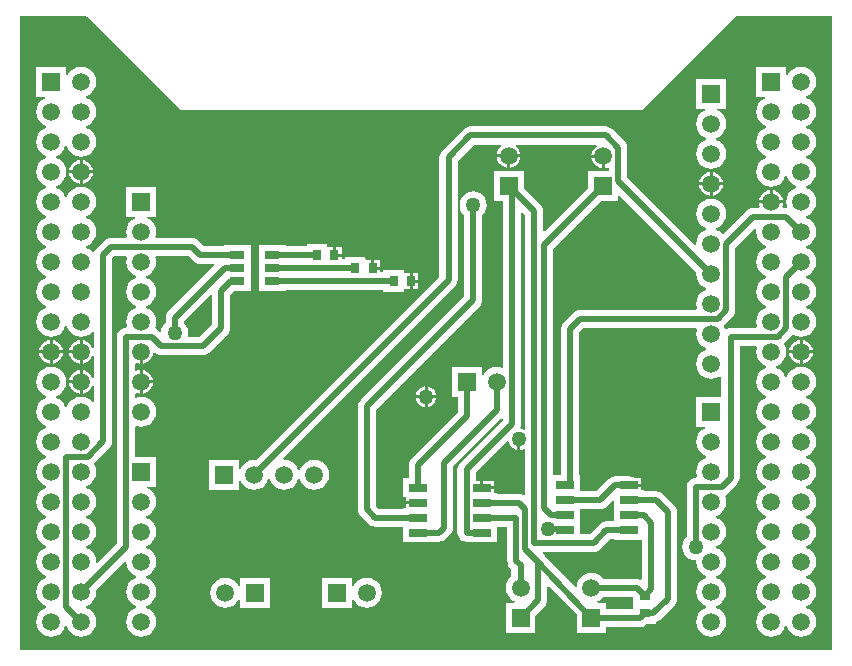
<source format=gtl>
G04*
G04 #@! TF.GenerationSoftware,Altium Limited,Altium Designer,18.1.6 (161)*
G04*
G04 Layer_Physical_Order=1*
G04 Layer_Color=255*
%FSLAX25Y25*%
%MOIN*%
G70*
G01*
G75*
%ADD14R,0.06004X0.02559*%
%ADD15R,0.03543X0.02756*%
%ADD16R,0.05118X0.02756*%
%ADD17R,0.02756X0.03543*%
%ADD26C,0.02000*%
%ADD27R,0.05906X0.05906*%
%ADD28C,0.05906*%
%ADD29R,0.05906X0.05906*%
%ADD30C,0.05000*%
G36*
X273042Y2549D02*
X2549D01*
Y213986D01*
X24535D01*
X52332Y186190D01*
X55284Y183237D01*
X55284Y183237D01*
X55284Y183237D01*
X55664Y182983D01*
X56111Y182685D01*
X56111Y182685D01*
X56111Y182684D01*
X56541Y182599D01*
X57086Y182490D01*
X57087Y182490D01*
X57087Y182490D01*
X208661D01*
X209637Y182684D01*
X210464Y183237D01*
X218338Y191111D01*
X241213Y213986D01*
X273042D01*
Y2549D01*
D02*
G37*
%LPC*%
G36*
X262795Y196964D02*
X261502Y196794D01*
X260297Y196295D01*
X259263Y195501D01*
X258469Y194466D01*
X258248Y193933D01*
X257748Y194032D01*
Y196921D01*
X247843D01*
Y187016D01*
X250732D01*
X250831Y186516D01*
X250297Y186295D01*
X249263Y185501D01*
X248469Y184466D01*
X247970Y183262D01*
X247800Y181969D01*
X247970Y180676D01*
X248469Y179471D01*
X249263Y178436D01*
X250297Y177642D01*
X251271Y177239D01*
Y176698D01*
X250297Y176295D01*
X249263Y175501D01*
X248469Y174466D01*
X247970Y173261D01*
X247800Y171969D01*
X247970Y170676D01*
X248469Y169471D01*
X249263Y168436D01*
X250297Y167642D01*
X251271Y167239D01*
Y166698D01*
X250297Y166295D01*
X249263Y165501D01*
X248469Y164466D01*
X247970Y163261D01*
X247800Y161969D01*
X247970Y160676D01*
X248469Y159471D01*
X249263Y158436D01*
X250297Y157642D01*
X251502Y157143D01*
X252795Y156973D01*
X254088Y157143D01*
X255293Y157642D01*
X256328Y158436D01*
X257121Y159471D01*
X257525Y160444D01*
X258066D01*
X258469Y159471D01*
X259263Y158436D01*
X260297Y157642D01*
X261271Y157239D01*
Y156698D01*
X260297Y156295D01*
X259263Y155501D01*
X258469Y154466D01*
X257970Y153261D01*
X257800Y151969D01*
X257970Y150676D01*
X258075Y150422D01*
X257961Y150273D01*
X257698Y150026D01*
X256719D01*
X256441Y150442D01*
X256646Y150937D01*
X256716Y151469D01*
X252795D01*
Y151969D01*
D01*
Y151469D01*
X248874D01*
X248944Y150937D01*
X249149Y150442D01*
X248871Y150026D01*
X246900D01*
X246117Y149923D01*
X245387Y149620D01*
X244760Y149140D01*
X244760Y149140D01*
X236933Y141313D01*
X236435Y141346D01*
X236328Y141485D01*
X235293Y142279D01*
X234320Y142682D01*
Y143223D01*
X235293Y143626D01*
X236328Y144420D01*
X237121Y145455D01*
X237620Y146660D01*
X237791Y147953D01*
X237620Y149246D01*
X237121Y150450D01*
X236328Y151485D01*
X235293Y152279D01*
X234088Y152778D01*
X232795Y152948D01*
X231502Y152778D01*
X230297Y152279D01*
X229263Y151485D01*
X228469Y150450D01*
X227970Y149246D01*
X227800Y147953D01*
X227970Y146660D01*
X228469Y145455D01*
X229263Y144420D01*
X230297Y143626D01*
X231271Y143223D01*
Y142682D01*
X230297Y142279D01*
X229263Y141485D01*
X228469Y140450D01*
X227970Y139245D01*
X227800Y137953D01*
X227808Y137889D01*
X227360Y137667D01*
X204926Y160101D01*
Y170000D01*
X204926Y170000D01*
X204823Y170783D01*
X204521Y171513D01*
X204040Y172140D01*
X204040Y172140D01*
X199940Y176240D01*
X199313Y176720D01*
X198583Y177023D01*
X197800Y177126D01*
X152500D01*
X152500Y177126D01*
X151717Y177023D01*
X150987Y176720D01*
X150360Y176240D01*
X143160Y169040D01*
X142680Y168413D01*
X142377Y167683D01*
X142274Y166900D01*
Y127026D01*
X81184Y65936D01*
X80551Y66019D01*
X79258Y65849D01*
X78053Y65350D01*
X77019Y64556D01*
X76225Y63521D01*
X76004Y62988D01*
X75504Y63087D01*
Y65976D01*
X65598D01*
Y56071D01*
X75504D01*
Y58960D01*
X76004Y59060D01*
X76225Y58526D01*
X77019Y57491D01*
X78053Y56697D01*
X79258Y56198D01*
X80551Y56028D01*
X81844Y56198D01*
X83049Y56697D01*
X84083Y57491D01*
X84877Y58526D01*
X85281Y59499D01*
X85822D01*
X86225Y58526D01*
X87019Y57491D01*
X88054Y56697D01*
X89258Y56198D01*
X90551Y56028D01*
X91844Y56198D01*
X93049Y56697D01*
X94083Y57491D01*
X94877Y58526D01*
X95281Y59499D01*
X95822D01*
X96225Y58526D01*
X97019Y57491D01*
X98053Y56697D01*
X99258Y56198D01*
X100551Y56028D01*
X101844Y56198D01*
X103049Y56697D01*
X104084Y57491D01*
X104877Y58526D01*
X105377Y59731D01*
X105547Y61024D01*
X105377Y62317D01*
X104877Y63521D01*
X104084Y64556D01*
X103049Y65350D01*
X101844Y65849D01*
X100551Y66019D01*
X99258Y65849D01*
X98053Y65350D01*
X97019Y64556D01*
X96225Y63521D01*
X95822Y62548D01*
X95281D01*
X94877Y63521D01*
X94083Y64556D01*
X93049Y65350D01*
X91844Y65849D01*
X90551Y66019D01*
X90487Y66011D01*
X90266Y66459D01*
X147440Y123633D01*
X147921Y124259D01*
X148223Y124989D01*
X148326Y125772D01*
Y165647D01*
X153753Y171074D01*
X162929D01*
X163099Y170574D01*
X162535Y170142D01*
X161902Y169316D01*
X161503Y168355D01*
X161433Y167823D01*
X165354D01*
X169275D01*
X169205Y168355D01*
X168807Y169316D01*
X168174Y170142D01*
X167610Y170574D01*
X167780Y171074D01*
X194527D01*
X194697Y170574D01*
X194031Y170063D01*
X193398Y169238D01*
X192999Y168276D01*
X192929Y167744D01*
X196850D01*
Y167244D01*
X197350D01*
Y163323D01*
X197882Y163393D01*
X198374Y163597D01*
X198874Y163263D01*
Y162197D01*
X191898D01*
Y156571D01*
X177388Y142061D01*
X176926Y142252D01*
Y148777D01*
X176823Y149560D01*
X176521Y150290D01*
X176040Y150917D01*
X170307Y156649D01*
Y162276D01*
X160402D01*
Y152370D01*
X163374D01*
Y96969D01*
X162958Y96691D01*
X162710Y96794D01*
X161417Y96964D01*
X160124Y96794D01*
X158920Y96295D01*
X157885Y95501D01*
X157091Y94466D01*
X156870Y93933D01*
X156370Y94032D01*
Y96921D01*
X146465D01*
Y87016D01*
X148391D01*
Y81804D01*
X132853Y66266D01*
X132372Y65639D01*
X132069Y64909D01*
X131966Y64126D01*
Y59992D01*
X129990D01*
Y53433D01*
X130990D01*
Y52213D01*
X134992D01*
Y51213D01*
X130990D01*
Y49992D01*
X129990D01*
Y49738D01*
X122120D01*
X121136Y50722D01*
Y82557D01*
X155683Y117104D01*
X156164Y117730D01*
X156466Y118460D01*
X156569Y119243D01*
X156569Y119243D01*
Y147550D01*
X156753Y147691D01*
X157474Y148631D01*
X157928Y149725D01*
X158082Y150900D01*
X157928Y152075D01*
X157474Y153169D01*
X156753Y154109D01*
X155813Y154831D01*
X154718Y155284D01*
X153543Y155439D01*
X152369Y155284D01*
X151274Y154831D01*
X150334Y154109D01*
X149613Y153169D01*
X149159Y152075D01*
X149004Y150900D01*
X149159Y149725D01*
X149613Y148631D01*
X150334Y147691D01*
X150517Y147550D01*
Y120497D01*
X115971Y85950D01*
X115490Y85323D01*
X115187Y84593D01*
X115084Y83810D01*
Y49469D01*
X115187Y48686D01*
X115490Y47956D01*
X115971Y47329D01*
X118727Y44573D01*
X119353Y44092D01*
X120083Y43790D01*
X120866Y43687D01*
X129990D01*
Y38433D01*
X139994D01*
Y38687D01*
X142106D01*
X142889Y38790D01*
X143619Y39092D01*
X144246Y39573D01*
X145840Y41168D01*
X146321Y41794D01*
X146624Y42524D01*
X146727Y43307D01*
Y63707D01*
X162864Y79845D01*
X163318Y79665D01*
X163360Y79239D01*
X149160Y65040D01*
X148679Y64413D01*
X148377Y63683D01*
X148274Y62900D01*
Y41713D01*
X148377Y40929D01*
X148679Y40200D01*
X149160Y39573D01*
X149787Y39092D01*
X150517Y38790D01*
X151300Y38687D01*
X151345D01*
Y38433D01*
X161349D01*
Y43687D01*
X164874D01*
Y32221D01*
X164977Y31437D01*
X165279Y30708D01*
X165760Y30081D01*
X166265Y29576D01*
Y27240D01*
X165759Y26851D01*
X164965Y25817D01*
X164466Y24612D01*
X164296Y23319D01*
X164466Y22026D01*
X164965Y20821D01*
X165759Y19787D01*
X166794Y18993D01*
X167327Y18772D01*
X167228Y18272D01*
X164339D01*
Y8366D01*
X174244D01*
Y13993D01*
X177336Y17085D01*
X177817Y17712D01*
X178120Y18441D01*
X178223Y19225D01*
X178223Y19225D01*
Y23742D01*
X178687Y23927D01*
X187961Y14145D01*
Y8366D01*
X197866D01*
Y10293D01*
X209185D01*
X209607Y10349D01*
X209968Y10396D01*
X209968Y10396D01*
X209968Y10396D01*
X210299Y10533D01*
X210698Y10699D01*
X210698Y10699D01*
X210698Y10699D01*
X210929Y10876D01*
X211325Y11179D01*
X211531Y11386D01*
X214402D01*
Y11856D01*
X215096Y12143D01*
X215722Y12624D01*
X220644Y17545D01*
X221125Y18172D01*
X221427Y18902D01*
X221530Y19685D01*
X221530Y19685D01*
Y48563D01*
X221427Y49346D01*
X221125Y50076D01*
X220644Y50703D01*
X216706Y54640D01*
X216080Y55121D01*
X215350Y55423D01*
X214567Y55526D01*
X210561D01*
Y55780D01*
X209561D01*
Y57000D01*
X205559D01*
Y58000D01*
X209561D01*
Y59780D01*
X207516D01*
X207072Y60121D01*
X206342Y60423D01*
X205559Y60526D01*
X200800D01*
X200800Y60526D01*
X200017Y60423D01*
X199287Y60121D01*
X198660Y59640D01*
X194547Y55526D01*
X189207D01*
Y60780D01*
X188926D01*
Y108446D01*
X190453Y109974D01*
X227822D01*
X228099Y109558D01*
X227970Y109246D01*
X227800Y107953D01*
X227970Y106660D01*
X228469Y105455D01*
X229263Y104420D01*
X230297Y103626D01*
X231271Y103223D01*
Y102682D01*
X230297Y102279D01*
X229263Y101485D01*
X228469Y100450D01*
X227970Y99246D01*
X227800Y97953D01*
X227970Y96660D01*
X228469Y95455D01*
X229263Y94420D01*
X230297Y93626D01*
X231502Y93127D01*
X232795Y92957D01*
X234088Y93127D01*
X235293Y93626D01*
X235826Y94035D01*
X236274Y93814D01*
Y86921D01*
X227842D01*
Y77016D01*
X230732D01*
X230831Y76516D01*
X230297Y76295D01*
X229263Y75501D01*
X228469Y74466D01*
X227970Y73261D01*
X227800Y71969D01*
X227970Y70676D01*
X228469Y69471D01*
X229263Y68436D01*
X230297Y67642D01*
X231271Y67239D01*
Y66698D01*
X230297Y66295D01*
X229263Y65501D01*
X228469Y64466D01*
X227970Y63261D01*
X227800Y61969D01*
X227970Y60676D01*
X228071Y60432D01*
X228071Y60431D01*
X227703Y60013D01*
X227017Y59923D01*
X226287Y59620D01*
X225660Y59140D01*
X225180Y58513D01*
X224877Y57783D01*
X224774Y57000D01*
Y40350D01*
X224591Y40209D01*
X223869Y39269D01*
X223416Y38175D01*
X223261Y37000D01*
X223416Y35825D01*
X223869Y34731D01*
X224591Y33791D01*
X225531Y33069D01*
X226625Y32616D01*
X227800Y32461D01*
X227857Y32404D01*
X227800Y31969D01*
X227970Y30676D01*
X228469Y29471D01*
X229263Y28436D01*
X230297Y27642D01*
X231271Y27239D01*
Y26698D01*
X230297Y26295D01*
X229263Y25501D01*
X228469Y24466D01*
X227970Y23261D01*
X227800Y21969D01*
X227970Y20676D01*
X228469Y19471D01*
X229263Y18436D01*
X230297Y17642D01*
X231271Y17239D01*
Y16698D01*
X230297Y16295D01*
X229263Y15501D01*
X228469Y14466D01*
X227970Y13262D01*
X227800Y11969D01*
X227970Y10676D01*
X228469Y9471D01*
X229263Y8436D01*
X230297Y7642D01*
X231502Y7143D01*
X232795Y6973D01*
X234088Y7143D01*
X235293Y7642D01*
X236328Y8436D01*
X237121Y9471D01*
X237620Y10676D01*
X237791Y11969D01*
X237620Y13262D01*
X237121Y14466D01*
X236328Y15501D01*
X235293Y16295D01*
X234320Y16698D01*
Y17239D01*
X235293Y17642D01*
X236328Y18436D01*
X237121Y19471D01*
X237620Y20676D01*
X237791Y21969D01*
X237620Y23261D01*
X237121Y24466D01*
X236328Y25501D01*
X235293Y26295D01*
X234320Y26698D01*
Y27239D01*
X235293Y27642D01*
X236328Y28436D01*
X237121Y29471D01*
X237620Y30676D01*
X237791Y31969D01*
X237620Y33261D01*
X237121Y34466D01*
X236328Y35501D01*
X235293Y36295D01*
X234320Y36698D01*
Y37239D01*
X235293Y37642D01*
X236328Y38436D01*
X237121Y39471D01*
X237620Y40676D01*
X237791Y41969D01*
X237620Y43262D01*
X237121Y44466D01*
X236328Y45501D01*
X235293Y46295D01*
X234320Y46698D01*
Y47239D01*
X235293Y47642D01*
X236328Y48436D01*
X237121Y49471D01*
X237620Y50676D01*
X237791Y51969D01*
X237620Y53262D01*
X237369Y53867D01*
X237715Y54339D01*
X237813Y54379D01*
X238440Y54860D01*
X241440Y57860D01*
X241920Y58487D01*
X242223Y59217D01*
X242326Y60000D01*
Y103974D01*
X247815D01*
X248093Y103558D01*
X247970Y103261D01*
X247800Y101969D01*
X247970Y100676D01*
X248469Y99471D01*
X249263Y98436D01*
X250297Y97642D01*
X251271Y97239D01*
Y96698D01*
X250297Y96295D01*
X249263Y95501D01*
X248469Y94466D01*
X247970Y93261D01*
X247800Y91969D01*
X247970Y90676D01*
X248469Y89471D01*
X249263Y88436D01*
X250297Y87642D01*
X251271Y87239D01*
Y86698D01*
X250297Y86295D01*
X249263Y85501D01*
X248469Y84466D01*
X247970Y83262D01*
X247800Y81969D01*
X247970Y80676D01*
X248469Y79471D01*
X249263Y78436D01*
X250297Y77642D01*
X251271Y77239D01*
Y76698D01*
X250297Y76295D01*
X249263Y75501D01*
X248469Y74466D01*
X247970Y73261D01*
X247800Y71969D01*
X247970Y70676D01*
X248469Y69471D01*
X249263Y68436D01*
X250297Y67642D01*
X251271Y67239D01*
Y66698D01*
X250297Y66295D01*
X249263Y65501D01*
X248469Y64466D01*
X247970Y63261D01*
X247800Y61969D01*
X247970Y60676D01*
X248469Y59471D01*
X249263Y58436D01*
X250297Y57642D01*
X251271Y57239D01*
Y56698D01*
X250297Y56295D01*
X249263Y55501D01*
X248469Y54466D01*
X247970Y53262D01*
X247800Y51969D01*
X247970Y50676D01*
X248469Y49471D01*
X249263Y48436D01*
X250297Y47642D01*
X251271Y47239D01*
Y46698D01*
X250297Y46295D01*
X249263Y45501D01*
X248469Y44466D01*
X247970Y43262D01*
X247800Y41969D01*
X247970Y40676D01*
X248469Y39471D01*
X249263Y38436D01*
X250297Y37642D01*
X251271Y37239D01*
Y36698D01*
X250297Y36295D01*
X249263Y35501D01*
X248469Y34466D01*
X247970Y33261D01*
X247800Y31969D01*
X247970Y30676D01*
X248469Y29471D01*
X249263Y28436D01*
X250297Y27642D01*
X251271Y27239D01*
Y26698D01*
X250297Y26295D01*
X249263Y25501D01*
X248469Y24466D01*
X247970Y23261D01*
X247800Y21969D01*
X247970Y20676D01*
X248469Y19471D01*
X249263Y18436D01*
X250297Y17642D01*
X251271Y17239D01*
Y16698D01*
X250297Y16295D01*
X249263Y15501D01*
X248469Y14466D01*
X247970Y13262D01*
X247800Y11969D01*
X247970Y10676D01*
X248469Y9471D01*
X249263Y8436D01*
X250297Y7642D01*
X251502Y7143D01*
X252795Y6973D01*
X254088Y7143D01*
X255293Y7642D01*
X256328Y8436D01*
X257121Y9471D01*
X257525Y10444D01*
X258066D01*
X258469Y9471D01*
X259263Y8436D01*
X260297Y7642D01*
X261502Y7143D01*
X262795Y6973D01*
X264088Y7143D01*
X265293Y7642D01*
X266328Y8436D01*
X267121Y9471D01*
X267620Y10676D01*
X267791Y11969D01*
X267620Y13262D01*
X267121Y14466D01*
X266328Y15501D01*
X265293Y16295D01*
X264320Y16698D01*
Y17239D01*
X265293Y17642D01*
X266328Y18436D01*
X267121Y19471D01*
X267620Y20676D01*
X267791Y21969D01*
X267620Y23261D01*
X267121Y24466D01*
X266328Y25501D01*
X265293Y26295D01*
X264320Y26698D01*
Y27239D01*
X265293Y27642D01*
X266328Y28436D01*
X267121Y29471D01*
X267620Y30676D01*
X267791Y31969D01*
X267620Y33261D01*
X267121Y34466D01*
X266328Y35501D01*
X265293Y36295D01*
X264320Y36698D01*
Y37239D01*
X265293Y37642D01*
X266328Y38436D01*
X267121Y39471D01*
X267620Y40676D01*
X267791Y41969D01*
X267620Y43262D01*
X267121Y44466D01*
X266328Y45501D01*
X265293Y46295D01*
X264320Y46698D01*
Y47239D01*
X265293Y47642D01*
X266328Y48436D01*
X267121Y49471D01*
X267620Y50676D01*
X267791Y51969D01*
X267620Y53262D01*
X267121Y54466D01*
X266328Y55501D01*
X265293Y56295D01*
X264320Y56698D01*
Y57239D01*
X265293Y57642D01*
X266328Y58436D01*
X267121Y59471D01*
X267620Y60676D01*
X267791Y61969D01*
X267620Y63261D01*
X267121Y64466D01*
X266328Y65501D01*
X265293Y66295D01*
X264320Y66698D01*
Y67239D01*
X265293Y67642D01*
X266328Y68436D01*
X267121Y69471D01*
X267620Y70676D01*
X267791Y71969D01*
X267620Y73261D01*
X267121Y74466D01*
X266328Y75501D01*
X265293Y76295D01*
X264320Y76698D01*
Y77239D01*
X265293Y77642D01*
X266328Y78436D01*
X267121Y79471D01*
X267620Y80676D01*
X267791Y81969D01*
X267620Y83262D01*
X267121Y84466D01*
X266328Y85501D01*
X265293Y86295D01*
X264320Y86698D01*
Y87239D01*
X265293Y87642D01*
X266328Y88436D01*
X267121Y89471D01*
X267620Y90676D01*
X267791Y91969D01*
X267620Y93261D01*
X267121Y94466D01*
X266328Y95501D01*
X265293Y96295D01*
X264088Y96794D01*
X262795Y96964D01*
X261502Y96794D01*
X260297Y96295D01*
X259263Y95501D01*
X258469Y94466D01*
X258066Y93493D01*
X257525D01*
X257121Y94466D01*
X256328Y95501D01*
X255293Y96295D01*
X254320Y96698D01*
Y97239D01*
X255293Y97642D01*
X256328Y98436D01*
X257121Y99471D01*
X257621Y100676D01*
X257791Y101969D01*
X257621Y103261D01*
X257121Y104466D01*
X256938Y104706D01*
X257140Y104860D01*
X259940Y107660D01*
X260064Y107822D01*
X260297Y107642D01*
X261502Y107143D01*
X262795Y106973D01*
X264088Y107143D01*
X265293Y107642D01*
X266328Y108436D01*
X267121Y109471D01*
X267620Y110676D01*
X267791Y111969D01*
X267620Y113261D01*
X267121Y114466D01*
X266328Y115501D01*
X265293Y116295D01*
X264320Y116698D01*
Y117239D01*
X265293Y117642D01*
X266328Y118436D01*
X267121Y119471D01*
X267620Y120676D01*
X267791Y121969D01*
X267620Y123261D01*
X267121Y124466D01*
X266328Y125501D01*
X265293Y126295D01*
X264320Y126698D01*
Y127239D01*
X265293Y127642D01*
X266328Y128436D01*
X267121Y129471D01*
X267620Y130676D01*
X267791Y131969D01*
X267620Y133262D01*
X267121Y134466D01*
X266328Y135501D01*
X265293Y136295D01*
X264320Y136698D01*
Y137239D01*
X265293Y137642D01*
X266328Y138436D01*
X267121Y139471D01*
X267620Y140676D01*
X267791Y141969D01*
X267620Y143262D01*
X267121Y144466D01*
X266328Y145501D01*
X265293Y146295D01*
X264320Y146698D01*
Y147239D01*
X265293Y147642D01*
X266328Y148436D01*
X267121Y149471D01*
X267620Y150676D01*
X267791Y151969D01*
X267620Y153261D01*
X267121Y154466D01*
X266328Y155501D01*
X265293Y156295D01*
X264320Y156698D01*
Y157239D01*
X265293Y157642D01*
X266328Y158436D01*
X267121Y159471D01*
X267620Y160676D01*
X267791Y161969D01*
X267620Y163261D01*
X267121Y164466D01*
X266328Y165501D01*
X265293Y166295D01*
X264320Y166698D01*
Y167239D01*
X265293Y167642D01*
X266328Y168436D01*
X267121Y169471D01*
X267620Y170676D01*
X267791Y171969D01*
X267620Y173261D01*
X267121Y174466D01*
X266328Y175501D01*
X265293Y176295D01*
X264320Y176698D01*
Y177239D01*
X265293Y177642D01*
X266328Y178436D01*
X267121Y179471D01*
X267620Y180676D01*
X267791Y181969D01*
X267620Y183262D01*
X267121Y184466D01*
X266328Y185501D01*
X265293Y186295D01*
X264320Y186698D01*
Y187239D01*
X265293Y187642D01*
X266328Y188436D01*
X267121Y189471D01*
X267620Y190676D01*
X267791Y191969D01*
X267620Y193262D01*
X267121Y194466D01*
X266328Y195501D01*
X265293Y196295D01*
X264088Y196794D01*
X262795Y196964D01*
D02*
G37*
G36*
X22795D02*
X21502Y196794D01*
X20298Y196295D01*
X19263Y195501D01*
X18469Y194466D01*
X18248Y193933D01*
X17748Y194032D01*
Y196921D01*
X7842D01*
Y187016D01*
X10732D01*
X10831Y186516D01*
X10298Y186295D01*
X9263Y185501D01*
X8469Y184466D01*
X7970Y183262D01*
X7800Y181969D01*
X7970Y180676D01*
X8469Y179471D01*
X9263Y178436D01*
X10298Y177642D01*
X11271Y177239D01*
Y176698D01*
X10298Y176295D01*
X9263Y175501D01*
X8469Y174466D01*
X7970Y173261D01*
X7800Y171969D01*
X7970Y170676D01*
X8469Y169471D01*
X9263Y168436D01*
X10298Y167642D01*
X11271Y167239D01*
Y166698D01*
X10298Y166295D01*
X9263Y165501D01*
X8469Y164466D01*
X7970Y163261D01*
X7800Y161969D01*
X7970Y160676D01*
X8469Y159471D01*
X9263Y158436D01*
X10298Y157642D01*
X11271Y157239D01*
Y156698D01*
X10298Y156295D01*
X9263Y155501D01*
X8469Y154466D01*
X7970Y153261D01*
X7800Y151969D01*
X7970Y150676D01*
X8469Y149471D01*
X9263Y148436D01*
X10298Y147642D01*
X11271Y147239D01*
Y146698D01*
X10298Y146295D01*
X9263Y145501D01*
X8469Y144466D01*
X7970Y143262D01*
X7800Y141969D01*
X7970Y140676D01*
X8469Y139471D01*
X9263Y138436D01*
X10298Y137642D01*
X11271Y137239D01*
Y136698D01*
X10298Y136295D01*
X9263Y135501D01*
X8469Y134466D01*
X7970Y133262D01*
X7800Y131969D01*
X7970Y130676D01*
X8469Y129471D01*
X9263Y128436D01*
X10298Y127642D01*
X11271Y127239D01*
Y126698D01*
X10298Y126295D01*
X9263Y125501D01*
X8469Y124466D01*
X7970Y123261D01*
X7800Y121969D01*
X7970Y120676D01*
X8469Y119471D01*
X9263Y118436D01*
X10298Y117642D01*
X11271Y117239D01*
Y116698D01*
X10298Y116295D01*
X9263Y115501D01*
X8469Y114466D01*
X7970Y113261D01*
X7800Y111969D01*
X7970Y110676D01*
X8469Y109471D01*
X9263Y108436D01*
X10298Y107642D01*
X11502Y107143D01*
X12795Y106973D01*
X14088Y107143D01*
X15293Y107642D01*
X16328Y108436D01*
X17121Y109471D01*
X17525Y110444D01*
X18066D01*
X18469Y109471D01*
X19263Y108436D01*
X20298Y107642D01*
X21502Y107143D01*
X22795Y106973D01*
X24088Y107143D01*
X25293Y107642D01*
X26327Y108436D01*
X26674Y108888D01*
X27174Y108718D01*
Y102821D01*
X26674Y102789D01*
X26646Y103000D01*
X26248Y103962D01*
X25614Y104788D01*
X24789Y105421D01*
X23827Y105820D01*
X23295Y105890D01*
Y101969D01*
Y98048D01*
X23827Y98118D01*
X24789Y98516D01*
X25614Y99150D01*
X26248Y99975D01*
X26646Y100937D01*
X26674Y101149D01*
X27174Y101116D01*
Y92821D01*
X26674Y92789D01*
X26646Y93001D01*
X26248Y93962D01*
X25614Y94788D01*
X24789Y95421D01*
X23827Y95820D01*
X23295Y95890D01*
Y91969D01*
Y88048D01*
X23827Y88118D01*
X24789Y88516D01*
X25614Y89149D01*
X26248Y89975D01*
X26646Y90937D01*
X26674Y91149D01*
X27174Y91116D01*
Y85219D01*
X26674Y85049D01*
X26327Y85501D01*
X25293Y86295D01*
X24088Y86794D01*
X22795Y86964D01*
X21502Y86794D01*
X20298Y86295D01*
X19263Y85501D01*
X18469Y84466D01*
X18066Y83493D01*
X17525D01*
X17121Y84466D01*
X16328Y85501D01*
X15293Y86295D01*
X14320Y86698D01*
Y87239D01*
X15293Y87642D01*
X16328Y88436D01*
X17121Y89471D01*
X17620Y90676D01*
X17791Y91969D01*
X17620Y93261D01*
X17121Y94466D01*
X16328Y95501D01*
X15293Y96295D01*
X14088Y96794D01*
X12795Y96964D01*
X11502Y96794D01*
X10298Y96295D01*
X9263Y95501D01*
X8469Y94466D01*
X7970Y93261D01*
X7800Y91969D01*
X7970Y90676D01*
X8469Y89471D01*
X9263Y88436D01*
X10298Y87642D01*
X11271Y87239D01*
Y86698D01*
X10298Y86295D01*
X9263Y85501D01*
X8469Y84466D01*
X7970Y83262D01*
X7800Y81969D01*
X7970Y80676D01*
X8469Y79471D01*
X9263Y78436D01*
X10298Y77642D01*
X11271Y77239D01*
Y76698D01*
X10298Y76295D01*
X9263Y75501D01*
X8469Y74466D01*
X7970Y73261D01*
X7800Y71969D01*
X7970Y70676D01*
X8469Y69471D01*
X9263Y68436D01*
X10298Y67642D01*
X11271Y67239D01*
Y66698D01*
X10298Y66295D01*
X9263Y65501D01*
X8469Y64466D01*
X7970Y63261D01*
X7800Y61969D01*
X7970Y60676D01*
X8469Y59471D01*
X9263Y58436D01*
X10298Y57642D01*
X11271Y57239D01*
Y56698D01*
X10298Y56295D01*
X9263Y55501D01*
X8469Y54466D01*
X7970Y53262D01*
X7800Y51969D01*
X7970Y50676D01*
X8469Y49471D01*
X9263Y48436D01*
X10298Y47642D01*
X11271Y47239D01*
Y46698D01*
X10298Y46295D01*
X9263Y45501D01*
X8469Y44466D01*
X7970Y43262D01*
X7800Y41969D01*
X7970Y40676D01*
X8469Y39471D01*
X9263Y38436D01*
X10298Y37642D01*
X11271Y37239D01*
Y36698D01*
X10298Y36295D01*
X9263Y35501D01*
X8469Y34466D01*
X7970Y33261D01*
X7800Y31969D01*
X7970Y30676D01*
X8469Y29471D01*
X9263Y28436D01*
X10298Y27642D01*
X11271Y27239D01*
Y26698D01*
X10298Y26295D01*
X9263Y25501D01*
X8469Y24466D01*
X7970Y23261D01*
X7800Y21969D01*
X7970Y20676D01*
X8469Y19471D01*
X9263Y18436D01*
X10298Y17642D01*
X11271Y17239D01*
Y16698D01*
X10298Y16295D01*
X9263Y15501D01*
X8469Y14466D01*
X7970Y13262D01*
X7800Y11969D01*
X7970Y10676D01*
X8469Y9471D01*
X9263Y8436D01*
X10298Y7642D01*
X11502Y7143D01*
X12795Y6973D01*
X14088Y7143D01*
X15293Y7642D01*
X16328Y8436D01*
X17121Y9471D01*
X17525Y10444D01*
X18066D01*
X18469Y9471D01*
X19263Y8436D01*
X20298Y7642D01*
X21502Y7143D01*
X22795Y6973D01*
X24088Y7143D01*
X25293Y7642D01*
X26327Y8436D01*
X27121Y9471D01*
X27621Y10676D01*
X27791Y11969D01*
X27621Y13262D01*
X27121Y14466D01*
X26327Y15501D01*
X25293Y16295D01*
X24320Y16698D01*
Y17239D01*
X25293Y17642D01*
X26327Y18436D01*
X27121Y19471D01*
X27621Y20676D01*
X27791Y21969D01*
X27707Y22602D01*
X37360Y32254D01*
X37808Y32033D01*
X37800Y31969D01*
X37970Y30676D01*
X38469Y29471D01*
X39263Y28436D01*
X40297Y27642D01*
X41271Y27239D01*
Y26698D01*
X40297Y26295D01*
X39263Y25501D01*
X38469Y24466D01*
X37970Y23261D01*
X37800Y21969D01*
X37970Y20676D01*
X38469Y19471D01*
X39263Y18436D01*
X40297Y17642D01*
X41271Y17239D01*
Y16698D01*
X40297Y16295D01*
X39263Y15501D01*
X38469Y14466D01*
X37970Y13262D01*
X37800Y11969D01*
X37970Y10676D01*
X38469Y9471D01*
X39263Y8436D01*
X40297Y7642D01*
X41502Y7143D01*
X42795Y6973D01*
X44088Y7143D01*
X45293Y7642D01*
X46327Y8436D01*
X47121Y9471D01*
X47620Y10676D01*
X47791Y11969D01*
X47620Y13262D01*
X47121Y14466D01*
X46327Y15501D01*
X45293Y16295D01*
X44320Y16698D01*
Y17239D01*
X45293Y17642D01*
X46327Y18436D01*
X47121Y19471D01*
X47620Y20676D01*
X47791Y21969D01*
X47620Y23261D01*
X47121Y24466D01*
X46327Y25501D01*
X45293Y26295D01*
X44320Y26698D01*
Y27239D01*
X45293Y27642D01*
X46327Y28436D01*
X47121Y29471D01*
X47620Y30676D01*
X47791Y31969D01*
X47620Y33261D01*
X47121Y34466D01*
X46327Y35501D01*
X45293Y36295D01*
X44320Y36698D01*
Y37239D01*
X45293Y37642D01*
X46327Y38436D01*
X47121Y39471D01*
X47620Y40676D01*
X47791Y41969D01*
X47620Y43262D01*
X47121Y44466D01*
X46327Y45501D01*
X45293Y46295D01*
X44320Y46698D01*
Y47239D01*
X45293Y47642D01*
X46327Y48436D01*
X47121Y49471D01*
X47620Y50676D01*
X47791Y51969D01*
X47620Y53262D01*
X47121Y54466D01*
X46327Y55501D01*
X45293Y56295D01*
X44759Y56516D01*
X44859Y57016D01*
X47748D01*
Y66921D01*
X40826D01*
Y76973D01*
X41242Y77251D01*
X41502Y77143D01*
X42795Y76973D01*
X44088Y77143D01*
X45293Y77642D01*
X46327Y78436D01*
X47121Y79471D01*
X47620Y80676D01*
X47791Y81969D01*
X47620Y83262D01*
X47121Y84466D01*
X46327Y85501D01*
X45293Y86295D01*
X44088Y86794D01*
X42795Y86964D01*
X41502Y86794D01*
X41242Y86686D01*
X40826Y86964D01*
Y88056D01*
X41242Y88334D01*
X41763Y88118D01*
X42295Y88048D01*
Y91969D01*
Y95890D01*
X41763Y95820D01*
X41242Y95604D01*
X40826Y95881D01*
Y98056D01*
X41242Y98334D01*
X41763Y98118D01*
X42295Y98048D01*
Y101969D01*
X43295D01*
Y98048D01*
X43827Y98118D01*
X44789Y98516D01*
X45614Y99150D01*
X46248Y99975D01*
X46646Y100937D01*
X46736Y101616D01*
X47264Y101795D01*
X47405Y101653D01*
X48032Y101172D01*
X48762Y100870D01*
X49545Y100767D01*
X63429D01*
X64213Y100870D01*
X64942Y101172D01*
X65569Y101653D01*
X71658Y107742D01*
X71658Y107742D01*
X72139Y108369D01*
X72441Y109098D01*
X72544Y109881D01*
Y121065D01*
X73692Y122213D01*
X79461D01*
Y126543D01*
Y130874D01*
Y137630D01*
X70343D01*
Y137278D01*
X63753D01*
X61892Y139140D01*
X61265Y139620D01*
X60535Y139923D01*
X59752Y140026D01*
X47801D01*
X47523Y140442D01*
X47620Y140676D01*
X47791Y141969D01*
X47620Y143262D01*
X47121Y144466D01*
X46327Y145501D01*
X45293Y146295D01*
X44759Y146516D01*
X44859Y147016D01*
X47748D01*
Y156921D01*
X37843D01*
Y147016D01*
X40732D01*
X40831Y146516D01*
X40297Y146295D01*
X39263Y145501D01*
X38469Y144466D01*
X37970Y143262D01*
X37800Y141969D01*
X37970Y140676D01*
X38067Y140442D01*
X37789Y140026D01*
X32800D01*
X32800Y140026D01*
X32017Y139923D01*
X31287Y139620D01*
X30660Y139140D01*
X30660Y139140D01*
X28060Y136540D01*
X27580Y135913D01*
X27277Y135183D01*
X27266Y135099D01*
X26743Y134959D01*
X26327Y135501D01*
X25293Y136295D01*
X24320Y136698D01*
Y137239D01*
X25293Y137642D01*
X26327Y138436D01*
X27121Y139471D01*
X27621Y140676D01*
X27791Y141969D01*
X27621Y143262D01*
X27121Y144466D01*
X26327Y145501D01*
X25293Y146295D01*
X24320Y146698D01*
Y147239D01*
X25293Y147642D01*
X26327Y148436D01*
X27121Y149471D01*
X27621Y150676D01*
X27791Y151969D01*
X27621Y153261D01*
X27121Y154466D01*
X26327Y155501D01*
X25293Y156295D01*
X24088Y156794D01*
X22795Y156964D01*
X21502Y156794D01*
X20298Y156295D01*
X19263Y155501D01*
X18469Y154466D01*
X18066Y153493D01*
X17525D01*
X17121Y154466D01*
X16328Y155501D01*
X15293Y156295D01*
X14320Y156698D01*
Y157239D01*
X15293Y157642D01*
X16328Y158436D01*
X17121Y159471D01*
X17620Y160676D01*
X17791Y161969D01*
X17620Y163261D01*
X17121Y164466D01*
X16328Y165501D01*
X15293Y166295D01*
X14320Y166698D01*
Y167239D01*
X15293Y167642D01*
X16328Y168436D01*
X17121Y169471D01*
X17525Y170444D01*
X18066D01*
X18469Y169471D01*
X19263Y168436D01*
X20298Y167642D01*
X21502Y167143D01*
X22795Y166973D01*
X24088Y167143D01*
X25293Y167642D01*
X26327Y168436D01*
X27121Y169471D01*
X27621Y170676D01*
X27791Y171969D01*
X27621Y173261D01*
X27121Y174466D01*
X26327Y175501D01*
X25293Y176295D01*
X24320Y176698D01*
Y177239D01*
X25293Y177642D01*
X26327Y178436D01*
X27121Y179471D01*
X27621Y180676D01*
X27791Y181969D01*
X27621Y183262D01*
X27121Y184466D01*
X26327Y185501D01*
X25293Y186295D01*
X24320Y186698D01*
Y187239D01*
X25293Y187642D01*
X26327Y188436D01*
X27121Y189471D01*
X27621Y190676D01*
X27791Y191969D01*
X27621Y193262D01*
X27121Y194466D01*
X26327Y195501D01*
X25293Y196295D01*
X24088Y196794D01*
X22795Y196964D01*
D02*
G37*
G36*
X169275Y166823D02*
X165854D01*
Y163402D01*
X166386Y163472D01*
X167348Y163870D01*
X168174Y164504D01*
X168807Y165329D01*
X169205Y166291D01*
X169275Y166823D01*
D02*
G37*
G36*
X164854D02*
X161433D01*
X161503Y166291D01*
X161902Y165329D01*
X162535Y164504D01*
X163361Y163870D01*
X164322Y163472D01*
X164854Y163402D01*
Y166823D01*
D02*
G37*
G36*
X196350Y166744D02*
X192929D01*
X192999Y166212D01*
X193398Y165251D01*
X194031Y164425D01*
X194857Y163792D01*
X195818Y163393D01*
X196350Y163323D01*
Y166744D01*
D02*
G37*
G36*
X237748Y192905D02*
X227842D01*
Y183000D01*
X230732D01*
X230831Y182500D01*
X230297Y182279D01*
X229263Y181485D01*
X228469Y180450D01*
X227970Y179245D01*
X227800Y177953D01*
X227970Y176660D01*
X228469Y175455D01*
X229263Y174420D01*
X230297Y173626D01*
X231271Y173223D01*
Y172682D01*
X230297Y172279D01*
X229263Y171485D01*
X228469Y170450D01*
X227970Y169246D01*
X227800Y167953D01*
X227970Y166660D01*
X228469Y165455D01*
X229263Y164420D01*
X230297Y163626D01*
X231502Y163127D01*
X232795Y162957D01*
X234088Y163127D01*
X235293Y163626D01*
X236328Y164420D01*
X237121Y165455D01*
X237620Y166660D01*
X237791Y167953D01*
X237620Y169246D01*
X237121Y170450D01*
X236328Y171485D01*
X235293Y172279D01*
X234320Y172682D01*
Y173223D01*
X235293Y173626D01*
X236328Y174420D01*
X237121Y175455D01*
X237620Y176660D01*
X237791Y177953D01*
X237620Y179245D01*
X237121Y180450D01*
X236328Y181485D01*
X235293Y182279D01*
X234759Y182500D01*
X234859Y183000D01*
X237748D01*
Y192905D01*
D02*
G37*
G36*
X23295Y165890D02*
Y162469D01*
X26716D01*
X26646Y163001D01*
X26248Y163962D01*
X25614Y164788D01*
X24789Y165421D01*
X23827Y165820D01*
X23295Y165890D01*
D02*
G37*
G36*
X22295D02*
X21763Y165820D01*
X20802Y165421D01*
X19976Y164788D01*
X19342Y163962D01*
X18944Y163001D01*
X18874Y162469D01*
X22295D01*
Y165890D01*
D02*
G37*
G36*
X233295Y161874D02*
Y158453D01*
X236716D01*
X236646Y158984D01*
X236248Y159946D01*
X235614Y160772D01*
X234789Y161405D01*
X233827Y161804D01*
X233295Y161874D01*
D02*
G37*
G36*
X232295D02*
X231763Y161804D01*
X230802Y161405D01*
X229976Y160772D01*
X229343Y159946D01*
X228944Y158984D01*
X228874Y158453D01*
X232295D01*
Y161874D01*
D02*
G37*
G36*
X26716Y161469D02*
X23295D01*
Y158048D01*
X23827Y158118D01*
X24789Y158516D01*
X25614Y159150D01*
X26248Y159975D01*
X26646Y160937D01*
X26716Y161469D01*
D02*
G37*
G36*
X22295D02*
X18874D01*
X18944Y160937D01*
X19342Y159975D01*
X19976Y159150D01*
X20802Y158516D01*
X21763Y158118D01*
X22295Y158048D01*
Y161469D01*
D02*
G37*
G36*
X236716Y157453D02*
X233295D01*
Y154032D01*
X233827Y154102D01*
X234789Y154500D01*
X235614Y155133D01*
X236248Y155959D01*
X236646Y156921D01*
X236716Y157453D01*
D02*
G37*
G36*
X232295D02*
X228874D01*
X228944Y156921D01*
X229343Y155959D01*
X229976Y155133D01*
X230802Y154500D01*
X231763Y154102D01*
X232295Y154032D01*
Y157453D01*
D02*
G37*
G36*
X253295Y155890D02*
Y152469D01*
X256716D01*
X256646Y153000D01*
X256248Y153962D01*
X255614Y154788D01*
X254789Y155421D01*
X253827Y155820D01*
X253295Y155890D01*
D02*
G37*
G36*
X252295D02*
X251763Y155820D01*
X250802Y155421D01*
X249976Y154788D01*
X249342Y153962D01*
X248944Y153000D01*
X248874Y152469D01*
X252295D01*
Y155890D01*
D02*
G37*
G36*
X104756Y138024D02*
X98000D01*
Y137278D01*
X91075D01*
Y137630D01*
X81957D01*
Y130874D01*
Y126543D01*
Y122213D01*
X91075D01*
Y122565D01*
X123591D01*
Y121819D01*
X130347D01*
Y122381D01*
X130496Y122819D01*
X130847Y122819D01*
X132374D01*
Y125591D01*
Y128362D01*
X130496Y128362D01*
X130347Y128800D01*
Y129362D01*
X123591D01*
Y128616D01*
X122457D01*
Y129421D01*
X120079D01*
Y129921D01*
X119579D01*
Y132693D01*
X117701D01*
X117551Y133131D01*
Y133693D01*
X110795D01*
Y132947D01*
X109661D01*
Y133752D01*
X107283D01*
Y134252D01*
X106783D01*
Y137024D01*
X104905D01*
X104756Y137462D01*
Y138024D01*
D02*
G37*
G36*
X107783Y137024D02*
Y134752D01*
X109661D01*
Y137024D01*
X107783D01*
D02*
G37*
G36*
X120579Y132693D02*
Y130421D01*
X122457D01*
Y132693D01*
X120579D01*
D02*
G37*
G36*
X133374Y128362D02*
Y126091D01*
X135252D01*
Y128362D01*
X133374D01*
D02*
G37*
G36*
X135252Y125091D02*
X133374D01*
Y122819D01*
X135252D01*
Y125091D01*
D02*
G37*
G36*
X263295Y105890D02*
Y102469D01*
X266716D01*
X266646Y103000D01*
X266248Y103962D01*
X265614Y104788D01*
X264789Y105421D01*
X263827Y105820D01*
X263295Y105890D01*
D02*
G37*
G36*
X13295D02*
Y102469D01*
X16716D01*
X16646Y103000D01*
X16248Y103962D01*
X15614Y104788D01*
X14789Y105421D01*
X13827Y105820D01*
X13295Y105890D01*
D02*
G37*
G36*
X262295D02*
X261763Y105820D01*
X260802Y105421D01*
X259976Y104788D01*
X259343Y103962D01*
X258944Y103000D01*
X258874Y102469D01*
X262295D01*
Y105890D01*
D02*
G37*
G36*
X22295D02*
X21763Y105820D01*
X20802Y105421D01*
X19976Y104788D01*
X19342Y103962D01*
X18944Y103000D01*
X18874Y102469D01*
X22295D01*
Y105890D01*
D02*
G37*
G36*
X12295D02*
X11763Y105820D01*
X10802Y105421D01*
X9976Y104788D01*
X9342Y103962D01*
X8944Y103000D01*
X8874Y102469D01*
X12295D01*
Y105890D01*
D02*
G37*
G36*
X266716Y101469D02*
X263295D01*
Y98048D01*
X263827Y98118D01*
X264789Y98516D01*
X265614Y99150D01*
X266248Y99975D01*
X266646Y100937D01*
X266716Y101469D01*
D02*
G37*
G36*
X16716D02*
X13295D01*
Y98048D01*
X13827Y98118D01*
X14789Y98516D01*
X15614Y99150D01*
X16248Y99975D01*
X16646Y100937D01*
X16716Y101469D01*
D02*
G37*
G36*
X262295D02*
X258874D01*
X258944Y100937D01*
X259343Y99975D01*
X259976Y99150D01*
X260802Y98516D01*
X261763Y98118D01*
X262295Y98048D01*
Y101469D01*
D02*
G37*
G36*
X22295D02*
X18874D01*
X18944Y100937D01*
X19342Y99975D01*
X19976Y99150D01*
X20802Y98516D01*
X21763Y98118D01*
X22295Y98048D01*
Y101469D01*
D02*
G37*
G36*
X12295D02*
X8874D01*
X8944Y100937D01*
X9342Y99975D01*
X9976Y99150D01*
X10802Y98516D01*
X11763Y98118D01*
X12295Y98048D01*
Y101469D01*
D02*
G37*
G36*
X43295Y95890D02*
Y92469D01*
X46716D01*
X46646Y93001D01*
X46248Y93962D01*
X45614Y94788D01*
X44789Y95421D01*
X43827Y95820D01*
X43295Y95890D01*
D02*
G37*
G36*
X22295D02*
X21763Y95820D01*
X20802Y95421D01*
X19976Y94788D01*
X19342Y93962D01*
X18944Y93001D01*
X18874Y92469D01*
X22295D01*
Y95890D01*
D02*
G37*
G36*
X46716Y91469D02*
X43295D01*
Y88048D01*
X43827Y88118D01*
X44789Y88516D01*
X45614Y89149D01*
X46248Y89975D01*
X46646Y90937D01*
X46716Y91469D01*
D02*
G37*
G36*
X22295D02*
X18874D01*
X18944Y90937D01*
X19342Y89975D01*
X19976Y89149D01*
X20802Y88516D01*
X21763Y88118D01*
X22295Y88048D01*
Y91469D01*
D02*
G37*
G36*
X138295Y90480D02*
Y87516D01*
X141260D01*
X141205Y87929D01*
X140852Y88781D01*
X140292Y89512D01*
X139560Y90073D01*
X138709Y90426D01*
X138295Y90480D01*
D02*
G37*
G36*
X137295D02*
X136882Y90426D01*
X136030Y90073D01*
X135299Y89512D01*
X134738Y88781D01*
X134385Y87929D01*
X134331Y87516D01*
X137295D01*
Y90480D01*
D02*
G37*
G36*
X141260Y86516D02*
X138295D01*
Y83552D01*
X138709Y83606D01*
X139560Y83959D01*
X140292Y84520D01*
X140852Y85251D01*
X141205Y86102D01*
X141260Y86516D01*
D02*
G37*
G36*
X137295D02*
X134331D01*
X134385Y86102D01*
X134738Y85251D01*
X135299Y84520D01*
X136030Y83959D01*
X136882Y83606D01*
X137295Y83552D01*
Y86516D01*
D02*
G37*
G36*
X118110Y26649D02*
X116817Y26479D01*
X115612Y25980D01*
X114578Y25186D01*
X113784Y24151D01*
X113563Y23618D01*
X113063Y23717D01*
Y26606D01*
X103157D01*
Y16701D01*
X113063D01*
Y19590D01*
X113563Y19690D01*
X113784Y19156D01*
X114578Y18121D01*
X115612Y17327D01*
X116817Y16828D01*
X118110Y16658D01*
X119403Y16828D01*
X120608Y17327D01*
X121642Y18121D01*
X122436Y19156D01*
X122935Y20361D01*
X123106Y21654D01*
X122935Y22946D01*
X122436Y24151D01*
X121642Y25186D01*
X120608Y25980D01*
X119403Y26479D01*
X118110Y26649D01*
D02*
G37*
G36*
X70866D02*
X69573Y26479D01*
X68369Y25980D01*
X67334Y25186D01*
X66540Y24151D01*
X66041Y22946D01*
X65871Y21654D01*
X66041Y20361D01*
X66540Y19156D01*
X67334Y18121D01*
X68369Y17327D01*
X69573Y16828D01*
X70866Y16658D01*
X72159Y16828D01*
X73364Y17327D01*
X74398Y18121D01*
X75192Y19156D01*
X75414Y19690D01*
X75914Y19590D01*
Y16701D01*
X85819D01*
Y26606D01*
X75914D01*
Y23717D01*
X75414Y23618D01*
X75192Y24151D01*
X74398Y25186D01*
X73364Y25980D01*
X72159Y26479D01*
X70866Y26649D01*
D02*
G37*
%LPD*%
G36*
X247943Y143057D02*
X247800Y141969D01*
X247970Y140676D01*
X248469Y139471D01*
X249263Y138436D01*
X250297Y137642D01*
X251271Y137239D01*
Y136698D01*
X250297Y136295D01*
X249263Y135501D01*
X248469Y134466D01*
X247970Y133262D01*
X247800Y131969D01*
X247970Y130676D01*
X248469Y129471D01*
X249263Y128436D01*
X250297Y127642D01*
X251271Y127239D01*
Y126698D01*
X250297Y126295D01*
X249263Y125501D01*
X248469Y124466D01*
X247970Y123261D01*
X247800Y121969D01*
X247970Y120676D01*
X248469Y119471D01*
X249263Y118436D01*
X250297Y117642D01*
X251271Y117239D01*
Y116698D01*
X250297Y116295D01*
X249263Y115501D01*
X248469Y114466D01*
X247970Y113261D01*
X247800Y111969D01*
X247970Y110676D01*
X248067Y110442D01*
X247789Y110026D01*
X239600D01*
X238817Y109923D01*
X238087Y109620D01*
X238026Y109573D01*
X237439Y109684D01*
X237121Y110450D01*
X236930Y110699D01*
X237140Y110860D01*
X239940Y113660D01*
X240421Y114287D01*
X240723Y115017D01*
X240774Y115408D01*
X240826Y115800D01*
X240826Y115800D01*
Y136647D01*
X247469Y143290D01*
X247943Y143057D01*
D02*
G37*
G36*
X170874Y147524D02*
Y76196D01*
X170374Y75954D01*
X169674Y76245D01*
X169459Y76273D01*
X169149Y76783D01*
X169157Y76817D01*
X169323Y77217D01*
X169426Y78000D01*
Y148319D01*
X169888Y148510D01*
X170874Y147524D01*
D02*
G37*
G36*
X169260Y69370D02*
X169674Y69425D01*
X170374Y69715D01*
X170874Y69473D01*
Y54437D01*
X170426Y54216D01*
X170273Y54333D01*
X169543Y54635D01*
X168760Y54738D01*
X161349D01*
Y54992D01*
X160349D01*
Y56213D01*
X156347D01*
Y56713D01*
X155847D01*
Y58992D01*
X154326D01*
Y61647D01*
X164863Y72184D01*
X165337Y72023D01*
X165350Y71921D01*
X165703Y71070D01*
X166264Y70338D01*
X166995Y69777D01*
X167846Y69425D01*
X168260Y69370D01*
Y72835D01*
X169260D01*
Y69370D01*
D02*
G37*
G36*
X227883Y128586D02*
X227800Y127953D01*
X227970Y126660D01*
X228469Y125455D01*
X229263Y124420D01*
X230297Y123626D01*
X231271Y123223D01*
Y122682D01*
X230297Y122279D01*
X229263Y121485D01*
X228469Y120450D01*
X227970Y119246D01*
X227800Y117953D01*
X227970Y116660D01*
X228060Y116441D01*
X227783Y116026D01*
X189200D01*
X188417Y115923D01*
X187687Y115620D01*
X187060Y115139D01*
X187060Y115139D01*
X183760Y111839D01*
X183280Y111213D01*
X182977Y110483D01*
X182874Y109700D01*
Y60780D01*
X180191D01*
Y136306D01*
X196177Y152292D01*
X201803D01*
Y154012D01*
X202265Y154203D01*
X227883Y128586D01*
D02*
G37*
G36*
X200557Y52325D02*
Y49221D01*
Y45526D01*
X197900D01*
X197117Y45423D01*
X196387Y45121D01*
X195761Y44640D01*
X192447Y41326D01*
X189207D01*
Y44221D01*
Y49474D01*
X195800D01*
X196583Y49577D01*
X197313Y49880D01*
X197940Y50361D01*
X200095Y52516D01*
X200557Y52325D01*
D02*
G37*
G36*
Y39221D02*
X209769D01*
Y26317D01*
X209279Y26028D01*
X208763Y26242D01*
X207980Y26345D01*
X196834D01*
X196446Y26851D01*
X195411Y27645D01*
X194206Y28144D01*
X192913Y28315D01*
X191621Y28144D01*
X190416Y27645D01*
X189381Y26851D01*
X188587Y25817D01*
X188088Y24612D01*
X187963Y23665D01*
X187437Y23494D01*
X177393Y34088D01*
X177361Y34114D01*
X177336Y34146D01*
X176671Y34812D01*
X176862Y35274D01*
X193700D01*
X194483Y35377D01*
X195213Y35680D01*
X195840Y36160D01*
X199154Y39474D01*
X200557D01*
Y39221D01*
D02*
G37*
G36*
X206858Y20162D02*
Y16345D01*
X197866D01*
Y18272D01*
X194977D01*
X194878Y18772D01*
X195411Y18993D01*
X196446Y19787D01*
X196834Y20293D01*
X206727D01*
X206858Y20162D01*
D02*
G37*
%LPC*%
G36*
X160349Y58992D02*
X156847D01*
Y57213D01*
X160349D01*
Y58992D01*
D02*
G37*
%LPD*%
G36*
X60360Y132112D02*
X60987Y131632D01*
X61717Y131329D01*
X62500Y131226D01*
X66994D01*
X67185Y130764D01*
X51860Y115440D01*
X51380Y114813D01*
X51077Y114083D01*
X50974Y113300D01*
Y111650D01*
X50791Y111509D01*
X50069Y110569D01*
X49616Y109475D01*
X49527Y108797D01*
X48999Y108618D01*
X48477Y109140D01*
X47850Y109620D01*
X47743Y109665D01*
X47387Y110113D01*
X47620Y110676D01*
X47791Y111969D01*
X47620Y113261D01*
X47121Y114466D01*
X46327Y115501D01*
X45293Y116295D01*
X44320Y116698D01*
Y117239D01*
X45293Y117642D01*
X46327Y118436D01*
X47121Y119471D01*
X47620Y120676D01*
X47791Y121969D01*
X47620Y123261D01*
X47121Y124466D01*
X46327Y125501D01*
X45293Y126295D01*
X44320Y126698D01*
Y127239D01*
X45293Y127642D01*
X46327Y128436D01*
X47121Y129471D01*
X47620Y130676D01*
X47791Y131969D01*
X47620Y133262D01*
X47497Y133558D01*
X47775Y133974D01*
X58499D01*
X60360Y132112D01*
D02*
G37*
G36*
X66492Y120860D02*
Y111135D01*
X62176Y106818D01*
X58741D01*
X58410Y107318D01*
X58539Y108300D01*
X58384Y109475D01*
X57931Y110569D01*
X57209Y111509D01*
X57114Y111583D01*
X57091Y112111D01*
X66030Y121051D01*
X66492Y120860D01*
D02*
G37*
G36*
X38093Y133558D02*
X37970Y133262D01*
X37800Y131969D01*
X37970Y130676D01*
X38469Y129471D01*
X39263Y128436D01*
X40297Y127642D01*
X41271Y127239D01*
Y126698D01*
X40297Y126295D01*
X39263Y125501D01*
X38469Y124466D01*
X37970Y123261D01*
X37800Y121969D01*
X37970Y120676D01*
X38469Y119471D01*
X39263Y118436D01*
X40297Y117642D01*
X41271Y117239D01*
Y116698D01*
X40297Y116295D01*
X39263Y115501D01*
X38469Y114466D01*
X37970Y113261D01*
X37800Y111969D01*
X37970Y110676D01*
X38071Y110432D01*
X38071Y110431D01*
X37703Y110013D01*
X37017Y109923D01*
X36287Y109620D01*
X35660Y109140D01*
X35179Y108513D01*
X34877Y107783D01*
X34774Y107000D01*
Y38227D01*
X28231Y31683D01*
X27782Y31905D01*
X27791Y31969D01*
X27621Y33261D01*
X27121Y34466D01*
X26327Y35501D01*
X25293Y36295D01*
X24320Y36698D01*
Y37239D01*
X25293Y37642D01*
X26327Y38436D01*
X27121Y39471D01*
X27621Y40676D01*
X27791Y41969D01*
X27621Y43262D01*
X27121Y44466D01*
X26327Y45501D01*
X25293Y46295D01*
X24320Y46698D01*
Y47239D01*
X25293Y47642D01*
X26327Y48436D01*
X27121Y49471D01*
X27621Y50676D01*
X27791Y51969D01*
X27621Y53262D01*
X27121Y54466D01*
X26327Y55501D01*
X25293Y56295D01*
X24320Y56698D01*
Y57239D01*
X25293Y57642D01*
X26327Y58436D01*
X27121Y59471D01*
X27621Y60676D01*
X27791Y61969D01*
X27621Y63261D01*
X27121Y64466D01*
X26938Y64706D01*
X27140Y64860D01*
X32340Y70060D01*
X32820Y70687D01*
X33123Y71417D01*
X33226Y72200D01*
Y133147D01*
X34053Y133974D01*
X37815D01*
X38093Y133558D01*
D02*
G37*
D14*
X156347Y56713D02*
D03*
Y51713D02*
D03*
Y46713D02*
D03*
Y41713D02*
D03*
X134992D02*
D03*
Y46713D02*
D03*
Y51713D02*
D03*
Y56713D02*
D03*
X205559Y57500D02*
D03*
Y52500D02*
D03*
Y47500D02*
D03*
Y42500D02*
D03*
X184205D02*
D03*
Y47500D02*
D03*
Y52500D02*
D03*
Y57500D02*
D03*
D15*
X210630Y20669D02*
D03*
Y14764D02*
D03*
D16*
X74902Y125591D02*
D03*
Y129921D02*
D03*
Y134252D02*
D03*
X86516Y125591D02*
D03*
Y129921D02*
D03*
Y134252D02*
D03*
D17*
X101378D02*
D03*
X107283D02*
D03*
X114173Y129921D02*
D03*
X120079D02*
D03*
X126969Y125591D02*
D03*
X132874D02*
D03*
D26*
X118110Y83810D02*
X153543Y119243D01*
Y150900D01*
X177165Y49798D02*
Y137559D01*
Y49798D02*
X179463Y47500D01*
X184205D01*
X177165Y137559D02*
X196850Y157244D01*
X120866Y46713D02*
X134992D01*
X118110Y49469D02*
X120866Y46713D01*
X118110Y49469D02*
Y83810D01*
X134992Y41713D02*
X142106D01*
X143701Y43307D01*
Y64961D01*
X161417Y82677D01*
Y91969D01*
X151417Y80551D02*
Y91969D01*
X134992Y64126D02*
X151417Y80551D01*
X134992Y56713D02*
Y64126D01*
X178400Y42800D02*
X184205D01*
X185900Y57500D02*
Y109700D01*
X166400Y156277D02*
X173900Y148777D01*
X165354Y157323D02*
X166400Y156277D01*
Y157323D01*
Y78000D02*
Y156277D01*
X168760Y51713D02*
X170900Y49572D01*
Y36303D02*
X175197Y32007D01*
X192913Y13319D01*
X205559Y52500D02*
X214567D01*
X218504Y48563D01*
Y19685D02*
Y48563D01*
X213583Y14764D02*
X218504Y19685D01*
X210630Y14764D02*
X213583D01*
X192913Y23319D02*
X207980D01*
X210630Y20669D01*
X212795Y22835D01*
Y45000D01*
X210295Y47500D02*
X212795Y45000D01*
X205559Y47500D02*
X210295D01*
X80551Y61024D02*
X145300Y125772D01*
Y166900D01*
X152500Y174100D01*
X197800D01*
X201900Y170000D01*
Y158848D02*
Y170000D01*
Y158848D02*
X232795Y127953D01*
X72791Y125591D02*
X74902D01*
X69518Y122318D02*
X72791Y125591D01*
X69518Y109881D02*
Y122318D01*
X63429Y103793D02*
X69518Y109881D01*
X49545Y103793D02*
X63429D01*
X46337Y107000D02*
X49545Y103793D01*
X37800Y107000D02*
X46337D01*
X37800Y36973D02*
Y107000D01*
X22795Y21969D02*
X37800Y36973D01*
X173900Y38300D02*
Y148777D01*
Y38300D02*
X193700D01*
X197900Y42500D01*
X205559D01*
X17800Y16964D02*
X22795Y11969D01*
X17800Y16964D02*
Y67000D01*
X25000D01*
X30200Y72200D01*
Y134400D01*
X32800Y137000D01*
X59752D01*
X62500Y134252D01*
X74902D01*
X70621Y129921D02*
X74902D01*
X54000Y113300D02*
X70621Y129921D01*
X54000Y108300D02*
Y113300D01*
X169291Y13319D02*
X175197Y19225D01*
Y32007D01*
X170900Y36303D02*
Y49572D01*
X156347Y51713D02*
X168760D01*
X169291Y23319D02*
Y30829D01*
X167900Y32221D02*
X169291Y30829D01*
X167900Y32221D02*
Y46667D01*
X167854Y46713D02*
X167900Y46667D01*
X156347Y46713D02*
X167854D01*
X184205Y42500D02*
Y42800D01*
X227800Y37000D02*
Y57000D01*
X236300D01*
X239300Y60000D01*
Y106700D01*
X239600Y107000D01*
X255000D01*
X257800Y109800D01*
Y126973D01*
X262795Y131969D01*
X200800Y57500D02*
X205559D01*
X195800Y52500D02*
X200800Y57500D01*
X184205Y52500D02*
X195800D01*
X184205Y57500D02*
X185900D01*
Y109700D02*
X189200Y113000D01*
X235000D01*
X237800Y115800D01*
Y137900D01*
X246900Y147000D01*
X257764D01*
X262795Y141969D01*
X165354Y157323D02*
X166400D01*
X151300Y62900D02*
X166400Y78000D01*
X151300Y41713D02*
Y62900D01*
Y41713D02*
X156347D01*
X86516Y125591D02*
X126969D01*
X86516Y129921D02*
X114173D01*
X86516Y134252D02*
X101378D01*
X192913Y13319D02*
X209185D01*
X210630Y14764D01*
D27*
X151417Y91969D02*
D03*
X70551Y61024D02*
D03*
X80866Y21654D02*
D03*
X108110D02*
D03*
D28*
X161417Y91969D02*
D03*
X196850Y167244D02*
D03*
X165354Y167323D02*
D03*
X42795Y11969D02*
D03*
Y21969D02*
D03*
Y31969D02*
D03*
Y41969D02*
D03*
Y51969D02*
D03*
X232795Y11969D02*
D03*
Y21969D02*
D03*
Y31969D02*
D03*
Y41969D02*
D03*
Y51969D02*
D03*
Y61969D02*
D03*
Y71969D02*
D03*
Y177953D02*
D03*
Y157953D02*
D03*
Y147953D02*
D03*
Y137953D02*
D03*
Y127953D02*
D03*
Y117953D02*
D03*
Y107953D02*
D03*
Y97953D02*
D03*
Y167953D02*
D03*
X169291Y23319D02*
D03*
X192913D02*
D03*
X22795Y11969D02*
D03*
X12795D02*
D03*
X22795Y21969D02*
D03*
X12795D02*
D03*
X22795Y31969D02*
D03*
X12795D02*
D03*
X22795Y41969D02*
D03*
X12795D02*
D03*
X22795Y51969D02*
D03*
X12795D02*
D03*
X22795Y61969D02*
D03*
X12795D02*
D03*
X22795Y71969D02*
D03*
X12795D02*
D03*
X22795Y81969D02*
D03*
X12795D02*
D03*
X22795Y91969D02*
D03*
X12795D02*
D03*
X22795Y101969D02*
D03*
X12795D02*
D03*
X22795Y111969D02*
D03*
X12795D02*
D03*
X22795Y121969D02*
D03*
X12795D02*
D03*
X22795Y131969D02*
D03*
X12795D02*
D03*
X22795Y141969D02*
D03*
X12795D02*
D03*
X22795Y151969D02*
D03*
X12795D02*
D03*
X22795Y161969D02*
D03*
X12795D02*
D03*
X22795Y171969D02*
D03*
X12795D02*
D03*
X22795Y181969D02*
D03*
X12795D02*
D03*
X22795Y191969D02*
D03*
X42795Y141969D02*
D03*
Y131969D02*
D03*
Y121969D02*
D03*
Y111969D02*
D03*
Y101969D02*
D03*
Y91969D02*
D03*
Y81969D02*
D03*
X262795Y11969D02*
D03*
X252795D02*
D03*
X262795Y21969D02*
D03*
X252795D02*
D03*
X262795Y31969D02*
D03*
X252795D02*
D03*
X262795Y41969D02*
D03*
X252795D02*
D03*
X262795Y51969D02*
D03*
X252795D02*
D03*
X262795Y61969D02*
D03*
X252795D02*
D03*
X262795Y71969D02*
D03*
X252795D02*
D03*
X262795Y81969D02*
D03*
X252795D02*
D03*
X262795Y91969D02*
D03*
X252795D02*
D03*
X262795Y101969D02*
D03*
X252795D02*
D03*
X262795Y111969D02*
D03*
X252795D02*
D03*
X262795Y121969D02*
D03*
X252795D02*
D03*
X262795Y131969D02*
D03*
X252795D02*
D03*
X262795Y141969D02*
D03*
X252795D02*
D03*
X262795Y151969D02*
D03*
X252795D02*
D03*
X262795Y161969D02*
D03*
X252795D02*
D03*
X262795Y171969D02*
D03*
X252795D02*
D03*
X262795Y181969D02*
D03*
X252795D02*
D03*
X262795Y191969D02*
D03*
X100551Y61024D02*
D03*
X90551D02*
D03*
X80551D02*
D03*
X70866Y21654D02*
D03*
X118110D02*
D03*
D29*
X196850Y157244D02*
D03*
X165354Y157323D02*
D03*
X42795Y61969D02*
D03*
X232795Y81969D02*
D03*
Y187953D02*
D03*
X169291Y13319D02*
D03*
X192913D02*
D03*
X12795Y191969D02*
D03*
X42795Y151969D02*
D03*
X252795Y191969D02*
D03*
D30*
X137795Y87016D02*
D03*
X153543Y150900D02*
D03*
X168760Y72835D02*
D03*
X54000Y108300D02*
D03*
X178400Y42800D02*
D03*
X227800Y37000D02*
D03*
M02*

</source>
